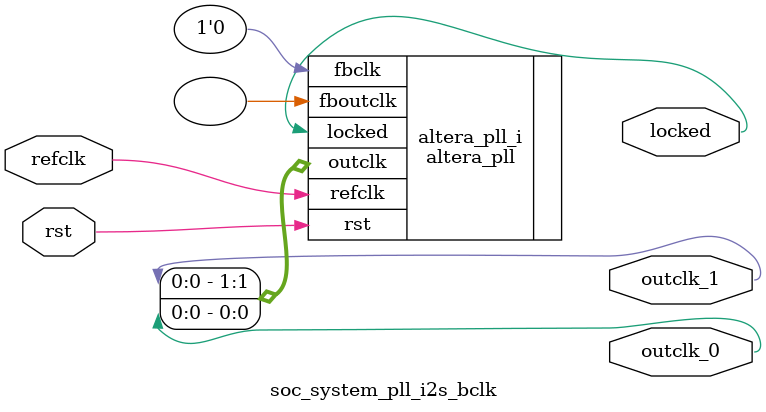
<source format=v>
`timescale 1ns/10ps
module  soc_system_pll_i2s_bclk(

	// interface 'refclk'
	input wire refclk,

	// interface 'reset'
	input wire rst,

	// interface 'outclk0'
	output wire outclk_0,

	// interface 'outclk1'
	output wire outclk_1,

	// interface 'locked'
	output wire locked
);

	altera_pll #(
		.fractional_vco_multiplier("false"),
		.reference_clock_frequency("50.0 MHz"),
		.operation_mode("direct"),
		.number_of_clocks(2),
		.output_clock_frequency0("3.071993 MHz"),
		.phase_shift0("0 ps"),
		.duty_cycle0(50),
		.output_clock_frequency1("3.071993 MHz"),
		.phase_shift1("0 ps"),
		.duty_cycle1(50),
		.output_clock_frequency2("0 MHz"),
		.phase_shift2("0 ps"),
		.duty_cycle2(50),
		.output_clock_frequency3("0 MHz"),
		.phase_shift3("0 ps"),
		.duty_cycle3(50),
		.output_clock_frequency4("0 MHz"),
		.phase_shift4("0 ps"),
		.duty_cycle4(50),
		.output_clock_frequency5("0 MHz"),
		.phase_shift5("0 ps"),
		.duty_cycle5(50),
		.output_clock_frequency6("0 MHz"),
		.phase_shift6("0 ps"),
		.duty_cycle6(50),
		.output_clock_frequency7("0 MHz"),
		.phase_shift7("0 ps"),
		.duty_cycle7(50),
		.output_clock_frequency8("0 MHz"),
		.phase_shift8("0 ps"),
		.duty_cycle8(50),
		.output_clock_frequency9("0 MHz"),
		.phase_shift9("0 ps"),
		.duty_cycle9(50),
		.output_clock_frequency10("0 MHz"),
		.phase_shift10("0 ps"),
		.duty_cycle10(50),
		.output_clock_frequency11("0 MHz"),
		.phase_shift11("0 ps"),
		.duty_cycle11(50),
		.output_clock_frequency12("0 MHz"),
		.phase_shift12("0 ps"),
		.duty_cycle12(50),
		.output_clock_frequency13("0 MHz"),
		.phase_shift13("0 ps"),
		.duty_cycle13(50),
		.output_clock_frequency14("0 MHz"),
		.phase_shift14("0 ps"),
		.duty_cycle14(50),
		.output_clock_frequency15("0 MHz"),
		.phase_shift15("0 ps"),
		.duty_cycle15(50),
		.output_clock_frequency16("0 MHz"),
		.phase_shift16("0 ps"),
		.duty_cycle16(50),
		.output_clock_frequency17("0 MHz"),
		.phase_shift17("0 ps"),
		.duty_cycle17(50),
		.pll_type("General"),
		.pll_subtype("General")
	) altera_pll_i (
		.rst	(rst),
		.outclk	({outclk_1, outclk_0}),
		.locked	(locked),
		.fboutclk	( ),
		.fbclk	(1'b0),
		.refclk	(refclk)
	);
endmodule


</source>
